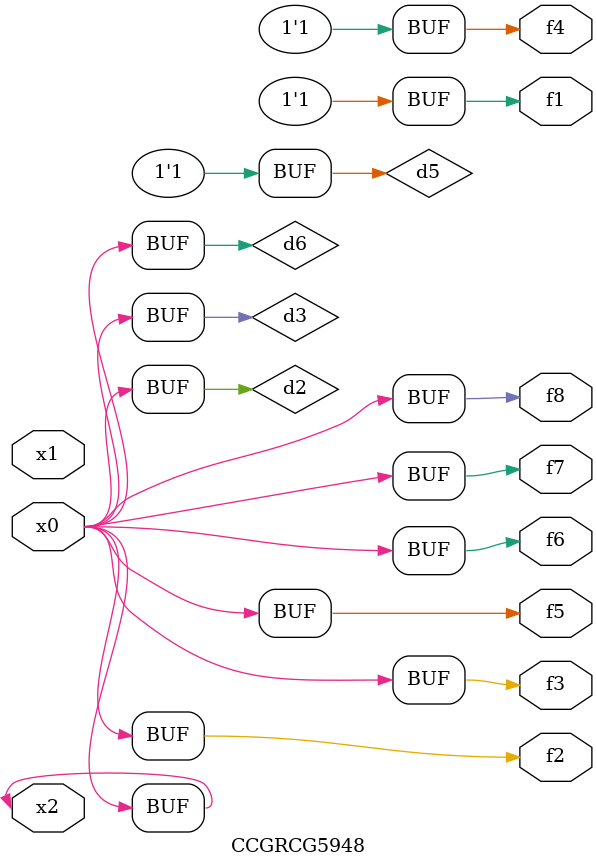
<source format=v>
module CCGRCG5948(
	input x0, x1, x2,
	output f1, f2, f3, f4, f5, f6, f7, f8
);

	wire d1, d2, d3, d4, d5, d6;

	xnor (d1, x2);
	buf (d2, x0, x2);
	and (d3, x0);
	xnor (d4, x1, x2);
	nand (d5, d1, d3);
	buf (d6, d2, d3);
	assign f1 = d5;
	assign f2 = d6;
	assign f3 = d6;
	assign f4 = d5;
	assign f5 = d6;
	assign f6 = d6;
	assign f7 = d6;
	assign f8 = d6;
endmodule

</source>
